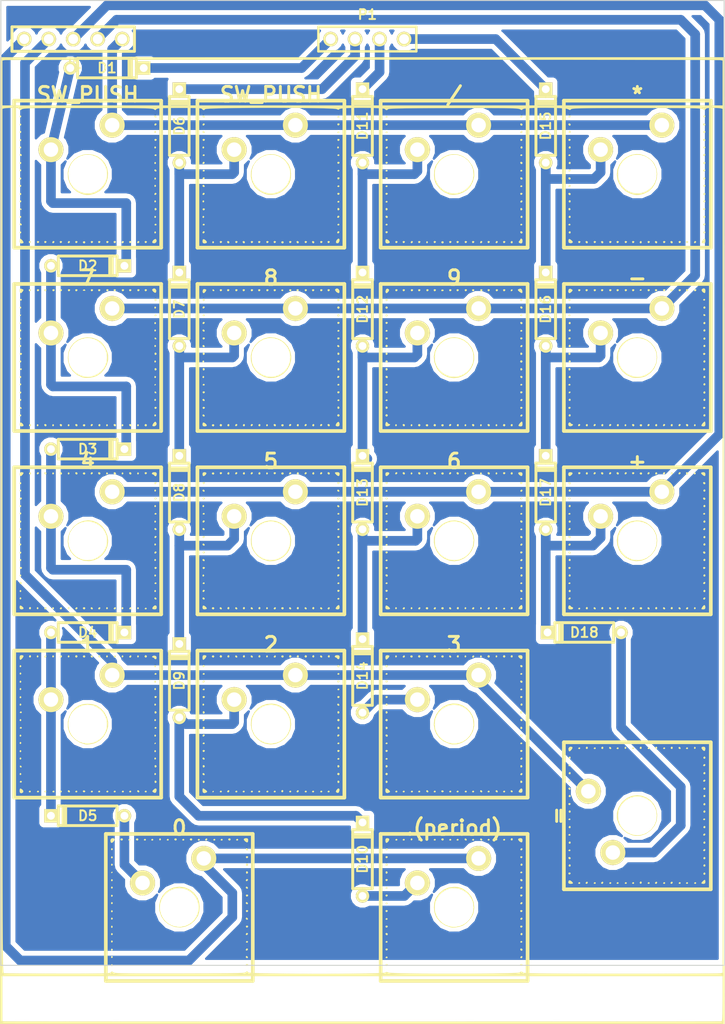
<source format=kicad_pcb>
(kicad_pcb (version 3) (host pcbnew "(2013-07-07 BZR 4022)-stable")
  (layers (15 F.Cu signal) (0 B.Cu signal) (18 B.Paste user) (19 F.Paste user) (20 B.SilkS user) (21 F.SilkS user) (22 B.Mask user) (23 F.Mask user) (28 Edge.Cuts user))
  (net 0 "")
  (net 1 N-000001)
  (net 2 N-0000010)
  (net 3 N-0000011)
  (net 4 N-0000012)
  (net 5 N-0000013)
  (net 6 N-0000014)
  (net 7 N-0000015)
  (net 8 N-0000016)
  (net 9 N-0000017)
  (net 10 N-0000018)
  (net 11 N-0000019)
  (net 12 N-000002)
  (net 13 N-0000020)
  (net 14 N-0000021)
  (net 15 N-0000022)
  (net 16 N-0000023)
  (net 17 N-0000024)
  (net 18 N-0000025)
  (net 19 N-0000026)
  (net 20 N-0000027)
  (net 21 N-000003)
  (net 22 N-000004)
  (net 23 N-000005)
  (net 24 N-000006)
  (net 25 N-000007)
  (net 26 N-000008)
  (net 27 N-000009)
  (module MX1A_NOPCB (layer F.Cu) (at 68.5 38.5)
    (fp_text reference SW11 hide)
    (fp_text value / (at 0 -8.255) (layer F.SilkS) (effects (font (size 1.524 1.524) (thickness 0.3048))))
    (pad 0 thru_hole circle (at 0 0) (size 3.98018 3.98018) (drill 3.98018) (layers *.Cu *.Mask F.SilkS))
    (pad 2 thru_hole circle (at 2.54 -5.08) (size 2.6 2.6) (drill 1.5011) (layers *.Cu *.Mask F.SilkS) (net 9 N-0000017))
    (pad 1 thru_hole circle (at -3.81 -2.54) (size 2.6 2.6) (drill 1.5011) (layers *.Cu *.Mask F.SilkS) (net 18 N-0000025))
  )
  (module MX1A_NOPCB (layer F.Cu) (at 30.5 38.5)
    (fp_text reference SW1 hide)
    (fp_text value SW_PUSH (at 0 -8.255) (layer F.SilkS) (effects (font (size 1.524 1.524) (thickness 0.3048))))
    (pad 0 thru_hole circle (at 0 0) (size 3.98018 3.98018) (drill 3.98018) (layers *.Cu *.Mask F.SilkS))
    (pad 2 thru_hole circle (at 2.54 -5.08) (size 2.6 2.6) (drill 1.5011) (layers *.Cu *.Mask F.SilkS) (net 9 N-0000017))
    (pad 1 thru_hole circle (at -3.81 -2.54) (size 2.6 2.6) (drill 1.5011) (layers *.Cu *.Mask F.SilkS) (net 20 N-0000027))
  )
  (module MX1A_NOPCB (layer F.Cu) (at 87.5 105 90)
    (fp_text reference SW18 hide)
    (fp_text value = (at 0 -8.255 90) (layer F.SilkS) (effects (font (size 1.524 1.524) (thickness 0.3048))))
    (pad 0 thru_hole circle (at 0 0 90) (size 3.98018 3.98018) (drill 3.98018) (layers *.Cu *.Mask F.SilkS))
    (pad 2 thru_hole circle (at 2.54 -5.08 90) (size 2.6 2.6) (drill 1.5011) (layers *.Cu *.Mask F.SilkS) (net 19 N-0000026))
    (pad 1 thru_hole circle (at -3.81 -2.54 90) (size 2.6 2.6) (drill 1.5011) (layers *.Cu *.Mask F.SilkS) (net 23 N-000005))
  )
  (module MX1A_NOPCB (layer F.Cu) (at 87.5 76.5)
    (fp_text reference SW17 hide)
    (fp_text value + (at 0 -8.255) (layer F.SilkS) (effects (font (size 1.524 1.524) (thickness 0.3048))))
    (pad 0 thru_hole circle (at 0 0) (size 3.98018 3.98018) (drill 3.98018) (layers *.Cu *.Mask F.SilkS))
    (pad 2 thru_hole circle (at 2.54 -5.08) (size 2.6 2.6) (drill 1.5011) (layers *.Cu *.Mask F.SilkS) (net 8 N-0000016))
    (pad 1 thru_hole circle (at -3.81 -2.54) (size 2.6 2.6) (drill 1.5011) (layers *.Cu *.Mask F.SilkS) (net 7 N-0000015))
  )
  (module MX1A_NOPCB (layer F.Cu) (at 87.5 57.5)
    (fp_text reference SW16 hide)
    (fp_text value - (at 0 -8.255) (layer F.SilkS) (effects (font (size 1.524 1.524) (thickness 0.3048))))
    (pad 0 thru_hole circle (at 0 0) (size 3.98018 3.98018) (drill 3.98018) (layers *.Cu *.Mask F.SilkS))
    (pad 2 thru_hole circle (at 2.54 -5.08) (size 2.6 2.6) (drill 1.5011) (layers *.Cu *.Mask F.SilkS) (net 27 N-000009))
    (pad 1 thru_hole circle (at -3.81 -2.54) (size 2.6 2.6) (drill 1.5011) (layers *.Cu *.Mask F.SilkS) (net 5 N-0000013))
  )
  (module MX1A_NOPCB (layer F.Cu) (at 87.5 38.5)
    (fp_text reference SW15 hide)
    (fp_text value * (at 0 -8.255) (layer F.SilkS) (effects (font (size 1.524 1.524) (thickness 0.3048))))
    (pad 0 thru_hole circle (at 0 0) (size 3.98018 3.98018) (drill 3.98018) (layers *.Cu *.Mask F.SilkS))
    (pad 2 thru_hole circle (at 2.54 -5.08) (size 2.6 2.6) (drill 1.5011) (layers *.Cu *.Mask F.SilkS) (net 9 N-0000017))
    (pad 1 thru_hole circle (at -3.81 -2.54) (size 2.6 2.6) (drill 1.5011) (layers *.Cu *.Mask F.SilkS) (net 4 N-0000012))
  )
  (module MX1A_NOPCB (layer F.Cu) (at 68.5 114.5)
    (fp_text reference SW10 hide)
    (fp_text value ".(period)" (at 0 -8.255) (layer F.SilkS) (effects (font (size 1.524 1.524) (thickness 0.3048))))
    (pad 0 thru_hole circle (at 0 0) (size 3.98018 3.98018) (drill 3.98018) (layers *.Cu *.Mask F.SilkS))
    (pad 2 thru_hole circle (at 2.54 -5.08) (size 2.6 2.6) (drill 1.5011) (layers *.Cu *.Mask F.SilkS) (net 3 N-0000011))
    (pad 1 thru_hole circle (at -3.81 -2.54) (size 2.6 2.6) (drill 1.5011) (layers *.Cu *.Mask F.SilkS) (net 12 N-000002))
  )
  (module MX1A_NOPCB (layer F.Cu) (at 68.5 95.5)
    (fp_text reference SW14 hide)
    (fp_text value 3 (at 0 -8.255) (layer F.SilkS) (effects (font (size 1.524 1.524) (thickness 0.3048))))
    (pad 0 thru_hole circle (at 0 0) (size 3.98018 3.98018) (drill 3.98018) (layers *.Cu *.Mask F.SilkS))
    (pad 2 thru_hole circle (at 2.54 -5.08) (size 2.6 2.6) (drill 1.5011) (layers *.Cu *.Mask F.SilkS) (net 19 N-0000026))
    (pad 1 thru_hole circle (at -3.81 -2.54) (size 2.6 2.6) (drill 1.5011) (layers *.Cu *.Mask F.SilkS) (net 22 N-000004))
  )
  (module MX1A_NOPCB (layer F.Cu) (at 68.5 76.5)
    (fp_text reference SW13 hide)
    (fp_text value 6 (at 0 -8.255) (layer F.SilkS) (effects (font (size 1.524 1.524) (thickness 0.3048))))
    (pad 0 thru_hole circle (at 0 0) (size 3.98018 3.98018) (drill 3.98018) (layers *.Cu *.Mask F.SilkS))
    (pad 2 thru_hole circle (at 2.54 -5.08) (size 2.6 2.6) (drill 1.5011) (layers *.Cu *.Mask F.SilkS) (net 8 N-0000016))
    (pad 1 thru_hole circle (at -3.81 -2.54) (size 2.6 2.6) (drill 1.5011) (layers *.Cu *.Mask F.SilkS) (net 2 N-0000010))
  )
  (module MX1A_NOPCB (layer F.Cu) (at 68.5 57.5)
    (fp_text reference SW12 hide)
    (fp_text value 9 (at 0 -8.255) (layer F.SilkS) (effects (font (size 1.524 1.524) (thickness 0.3048))))
    (pad 0 thru_hole circle (at 0 0) (size 3.98018 3.98018) (drill 3.98018) (layers *.Cu *.Mask F.SilkS))
    (pad 2 thru_hole circle (at 2.54 -5.08) (size 2.6 2.6) (drill 1.5011) (layers *.Cu *.Mask F.SilkS) (net 27 N-000009))
    (pad 1 thru_hole circle (at -3.81 -2.54) (size 2.6 2.6) (drill 1.5011) (layers *.Cu *.Mask F.SilkS) (net 6 N-0000014))
  )
  (module MX1A_NOPCB (layer F.Cu) (at 49.5 95.5)
    (fp_text reference SW9 hide)
    (fp_text value 2 (at 0 -8.255) (layer F.SilkS) (effects (font (size 1.524 1.524) (thickness 0.3048))))
    (pad 0 thru_hole circle (at 0 0) (size 3.98018 3.98018) (drill 3.98018) (layers *.Cu *.Mask F.SilkS))
    (pad 2 thru_hole circle (at 2.54 -5.08) (size 2.6 2.6) (drill 1.5011) (layers *.Cu *.Mask F.SilkS) (net 19 N-0000026))
    (pad 1 thru_hole circle (at -3.81 -2.54) (size 2.6 2.6) (drill 1.5011) (layers *.Cu *.Mask F.SilkS) (net 17 N-0000024))
  )
  (module MX1A_NOPCB (layer F.Cu) (at 49.5 76.5)
    (fp_text reference SW8 hide)
    (fp_text value 5 (at 0 -8.255) (layer F.SilkS) (effects (font (size 1.524 1.524) (thickness 0.3048))))
    (pad 0 thru_hole circle (at 0 0) (size 3.98018 3.98018) (drill 3.98018) (layers *.Cu *.Mask F.SilkS))
    (pad 2 thru_hole circle (at 2.54 -5.08) (size 2.6 2.6) (drill 1.5011) (layers *.Cu *.Mask F.SilkS) (net 8 N-0000016))
    (pad 1 thru_hole circle (at -3.81 -2.54) (size 2.6 2.6) (drill 1.5011) (layers *.Cu *.Mask F.SilkS) (net 16 N-0000023))
  )
  (module MX1A_NOPCB (layer F.Cu) (at 49.5 57.5)
    (fp_text reference SW7 hide)
    (fp_text value 8 (at 0 -8.255) (layer F.SilkS) (effects (font (size 1.524 1.524) (thickness 0.3048))))
    (pad 0 thru_hole circle (at 0 0) (size 3.98018 3.98018) (drill 3.98018) (layers *.Cu *.Mask F.SilkS))
    (pad 2 thru_hole circle (at 2.54 -5.08) (size 2.6 2.6) (drill 1.5011) (layers *.Cu *.Mask F.SilkS) (net 27 N-000009))
    (pad 1 thru_hole circle (at -3.81 -2.54) (size 2.6 2.6) (drill 1.5011) (layers *.Cu *.Mask F.SilkS) (net 15 N-0000022))
  )
  (module MX1A_NOPCB (layer F.Cu) (at 49.5 38.5)
    (fp_text reference SW6 hide)
    (fp_text value SW_PUSH (at 0 -8.255) (layer F.SilkS) (effects (font (size 1.524 1.524) (thickness 0.3048))))
    (pad 0 thru_hole circle (at 0 0) (size 3.98018 3.98018) (drill 3.98018) (layers *.Cu *.Mask F.SilkS))
    (pad 2 thru_hole circle (at 2.54 -5.08) (size 2.6 2.6) (drill 1.5011) (layers *.Cu *.Mask F.SilkS) (net 9 N-0000017))
    (pad 1 thru_hole circle (at -3.81 -2.54) (size 2.6 2.6) (drill 1.5011) (layers *.Cu *.Mask F.SilkS) (net 10 N-0000018))
  )
  (module MX1A_NOPCB (layer F.Cu) (at 40 114.5)
    (fp_text reference SW5 hide)
    (fp_text value 0 (at 0 -8.255) (layer F.SilkS) (effects (font (size 1.524 1.524) (thickness 0.3048))))
    (pad 0 thru_hole circle (at 0 0) (size 3.98018 3.98018) (drill 3.98018) (layers *.Cu *.Mask F.SilkS))
    (pad 2 thru_hole circle (at 2.54 -5.08) (size 2.6 2.6) (drill 1.5011) (layers *.Cu *.Mask F.SilkS) (net 3 N-0000011))
    (pad 1 thru_hole circle (at -3.81 -2.54) (size 2.6 2.6) (drill 1.5011) (layers *.Cu *.Mask F.SilkS) (net 1 N-000001))
  )
  (module MX1A_NOPCB (layer F.Cu) (at 30.5 95.5)
    (fp_text reference SW4 hide)
    (fp_text value 1 (at 0 -8.255) (layer F.SilkS) (effects (font (size 1.524 1.524) (thickness 0.3048))))
    (pad 0 thru_hole circle (at 0 0) (size 3.98018 3.98018) (drill 3.98018) (layers *.Cu *.Mask F.SilkS))
    (pad 2 thru_hole circle (at 2.54 -5.08) (size 2.6 2.6) (drill 1.5011) (layers *.Cu *.Mask F.SilkS) (net 19 N-0000026))
    (pad 1 thru_hole circle (at -3.81 -2.54) (size 2.6 2.6) (drill 1.5011) (layers *.Cu *.Mask F.SilkS) (net 14 N-0000021))
  )
  (module MX1A_NOPCB (layer F.Cu) (at 30.5 76.5)
    (fp_text reference SW3 hide)
    (fp_text value 4 (at 0 -8.255) (layer F.SilkS) (effects (font (size 1.524 1.524) (thickness 0.3048))))
    (pad 0 thru_hole circle (at 0 0) (size 3.98018 3.98018) (drill 3.98018) (layers *.Cu *.Mask F.SilkS))
    (pad 2 thru_hole circle (at 2.54 -5.08) (size 2.6 2.6) (drill 1.5011) (layers *.Cu *.Mask F.SilkS) (net 8 N-0000016))
    (pad 1 thru_hole circle (at -3.81 -2.54) (size 2.6 2.6) (drill 1.5011) (layers *.Cu *.Mask F.SilkS) (net 13 N-0000020))
  )
  (module MX1A_NOPCB (layer F.Cu) (at 30.5 57.5)
    (fp_text reference SW2 hide)
    (fp_text value 7 (at 0 -8.255) (layer F.SilkS) (effects (font (size 1.524 1.524) (thickness 0.3048))))
    (pad 0 thru_hole circle (at 0 0) (size 3.98018 3.98018) (drill 3.98018) (layers *.Cu *.Mask F.SilkS))
    (pad 2 thru_hole circle (at 2.54 -5.08) (size 2.6 2.6) (drill 1.5011) (layers *.Cu *.Mask F.SilkS) (net 27 N-000009))
    (pad 1 thru_hole circle (at -3.81 -2.54) (size 2.6 2.6) (drill 1.5011) (layers *.Cu *.Mask F.SilkS) (net 11 N-0000019))
  )
  (module D3 (layer F.Cu) (at 30.5 86)
    (fp_text reference D4 (at 0 0) (layer F.SilkS) (effects (font (size 1.016 1.016) (thickness 0.2032))))
    (fp_text value DIODE hide)
    (pad 2 thru_hole rect (at 3.81 0) (size 1.397 1.397) (drill 0.8128) (layers *.Cu *.Mask F.SilkS) (net 13 N-0000020))
    (pad 1 thru_hole circle (at -3.81 0) (size 1.397 1.397) (drill 0.8128) (layers *.Cu *.Mask F.SilkS) (net 14 N-0000021))
  )
  (module D3 (layer F.Cu) (at 78 71.5 90)
    (fp_text reference D17 (at 0 0 90) (layer F.SilkS) (effects (font (size 1.016 1.016) (thickness 0.2032))))
    (fp_text value DIODE hide)
    (pad 2 thru_hole rect (at 3.81 0 90) (size 1.397 1.397) (drill 0.8128) (layers *.Cu *.Mask F.SilkS) (net 5 N-0000013))
    (pad 1 thru_hole circle (at -3.81 0 90) (size 1.397 1.397) (drill 0.8128) (layers *.Cu *.Mask F.SilkS) (net 7 N-0000015))
  )
  (module D3 (layer F.Cu) (at 30.5 67)
    (fp_text reference D3 (at 0 0) (layer F.SilkS) (effects (font (size 1.016 1.016) (thickness 0.2032))))
    (fp_text value DIODE hide)
    (pad 2 thru_hole rect (at 3.81 0) (size 1.397 1.397) (drill 0.8128) (layers *.Cu *.Mask F.SilkS) (net 11 N-0000019))
    (pad 1 thru_hole circle (at -3.81 0) (size 1.397 1.397) (drill 0.8128) (layers *.Cu *.Mask F.SilkS) (net 13 N-0000020))
  )
  (module D3 (layer F.Cu) (at 59 71.5 90)
    (fp_text reference D13 (at 0 0 90) (layer F.SilkS) (effects (font (size 1.016 1.016) (thickness 0.2032))))
    (fp_text value DIODE hide)
    (pad 2 thru_hole rect (at 3.81 0 90) (size 1.397 1.397) (drill 0.8128) (layers *.Cu *.Mask F.SilkS) (net 6 N-0000014))
    (pad 1 thru_hole circle (at -3.81 0 90) (size 1.397 1.397) (drill 0.8128) (layers *.Cu *.Mask F.SilkS) (net 2 N-0000010))
  )
  (module D3 (layer F.Cu) (at 59 109.5 90)
    (fp_text reference D10 (at 0 0 90) (layer F.SilkS) (effects (font (size 1.016 1.016) (thickness 0.2032))))
    (fp_text value DIODE hide)
    (pad 2 thru_hole rect (at 3.81 0 90) (size 1.397 1.397) (drill 0.8128) (layers *.Cu *.Mask F.SilkS) (net 17 N-0000024))
    (pad 1 thru_hole circle (at -3.81 0 90) (size 1.397 1.397) (drill 0.8128) (layers *.Cu *.Mask F.SilkS) (net 12 N-000002))
  )
  (module D3 (layer F.Cu) (at 40 91 90)
    (fp_text reference D9 (at 0 0 90) (layer F.SilkS) (effects (font (size 1.016 1.016) (thickness 0.2032))))
    (fp_text value DIODE hide)
    (pad 2 thru_hole rect (at 3.81 0 90) (size 1.397 1.397) (drill 0.8128) (layers *.Cu *.Mask F.SilkS) (net 16 N-0000023))
    (pad 1 thru_hole circle (at -3.81 0 90) (size 1.397 1.397) (drill 0.8128) (layers *.Cu *.Mask F.SilkS) (net 17 N-0000024))
  )
  (module D3 (layer F.Cu) (at 59 90.5 90)
    (fp_text reference D14 (at 0 0 90) (layer F.SilkS) (effects (font (size 1.016 1.016) (thickness 0.2032))))
    (fp_text value DIODE hide)
    (pad 2 thru_hole rect (at 3.81 0 90) (size 1.397 1.397) (drill 0.8128) (layers *.Cu *.Mask F.SilkS) (net 2 N-0000010))
    (pad 1 thru_hole circle (at -3.81 0 90) (size 1.397 1.397) (drill 0.8128) (layers *.Cu *.Mask F.SilkS) (net 22 N-000004))
  )
  (module D3 (layer F.Cu) (at 82 86 180)
    (fp_text reference D18 (at 0 0 180) (layer F.SilkS) (effects (font (size 1.016 1.016) (thickness 0.2032))))
    (fp_text value DIODE hide)
    (pad 2 thru_hole rect (at 3.81 0 180) (size 1.397 1.397) (drill 0.8128) (layers *.Cu *.Mask F.SilkS) (net 7 N-0000015))
    (pad 1 thru_hole circle (at -3.81 0 180) (size 1.397 1.397) (drill 0.8128) (layers *.Cu *.Mask F.SilkS) (net 23 N-000005))
  )
  (module D3 (layer F.Cu) (at 30.5 105 180)
    (fp_text reference D5 (at 0 0 180) (layer F.SilkS) (effects (font (size 1.016 1.016) (thickness 0.2032))))
    (fp_text value DIODE hide)
    (pad 2 thru_hole rect (at 3.81 0 180) (size 1.397 1.397) (drill 0.8128) (layers *.Cu *.Mask F.SilkS) (net 14 N-0000021))
    (pad 1 thru_hole circle (at -3.81 0 180) (size 1.397 1.397) (drill 0.8128) (layers *.Cu *.Mask F.SilkS) (net 1 N-000001))
  )
  (module D3 (layer F.Cu) (at 40 71.5 90)
    (fp_text reference D8 (at 0 0 90) (layer F.SilkS) (effects (font (size 1.016 1.016) (thickness 0.2032))))
    (fp_text value DIODE hide)
    (pad 2 thru_hole rect (at 3.81 0 90) (size 1.397 1.397) (drill 0.8128) (layers *.Cu *.Mask F.SilkS) (net 15 N-0000022))
    (pad 1 thru_hole circle (at -3.81 0 90) (size 1.397 1.397) (drill 0.8128) (layers *.Cu *.Mask F.SilkS) (net 16 N-0000023))
  )
  (module D3 (layer F.Cu) (at 78 52.5 90)
    (fp_text reference D16 (at 0 0 90) (layer F.SilkS) (effects (font (size 1.016 1.016) (thickness 0.2032))))
    (fp_text value DIODE hide)
    (pad 2 thru_hole rect (at 3.81 0 90) (size 1.397 1.397) (drill 0.8128) (layers *.Cu *.Mask F.SilkS) (net 4 N-0000012))
    (pad 1 thru_hole circle (at -3.81 0 90) (size 1.397 1.397) (drill 0.8128) (layers *.Cu *.Mask F.SilkS) (net 5 N-0000013))
  )
  (module D3 (layer F.Cu) (at 59 52.5 90)
    (fp_text reference D12 (at 0 0 90) (layer F.SilkS) (effects (font (size 1.016 1.016) (thickness 0.2032))))
    (fp_text value DIODE hide)
    (pad 2 thru_hole rect (at 3.81 0 90) (size 1.397 1.397) (drill 0.8128) (layers *.Cu *.Mask F.SilkS) (net 18 N-0000025))
    (pad 1 thru_hole circle (at -3.81 0 90) (size 1.397 1.397) (drill 0.8128) (layers *.Cu *.Mask F.SilkS) (net 6 N-0000014))
  )
  (module D3 (layer F.Cu) (at 40 52.5 90)
    (fp_text reference D7 (at 0 0 90) (layer F.SilkS) (effects (font (size 1.016 1.016) (thickness 0.2032))))
    (fp_text value DIODE hide)
    (pad 2 thru_hole rect (at 3.81 0 90) (size 1.397 1.397) (drill 0.8128) (layers *.Cu *.Mask F.SilkS) (net 10 N-0000018))
    (pad 1 thru_hole circle (at -3.81 0 90) (size 1.397 1.397) (drill 0.8128) (layers *.Cu *.Mask F.SilkS) (net 15 N-0000022))
  )
  (module D3 (layer F.Cu) (at 30.5 48)
    (fp_text reference D2 (at 0 0) (layer F.SilkS) (effects (font (size 1.016 1.016) (thickness 0.2032))))
    (fp_text value DIODE hide)
    (pad 2 thru_hole rect (at 3.81 0) (size 1.397 1.397) (drill 0.8128) (layers *.Cu *.Mask F.SilkS) (net 20 N-0000027))
    (pad 1 thru_hole circle (at -3.81 0) (size 1.397 1.397) (drill 0.8128) (layers *.Cu *.Mask F.SilkS) (net 11 N-0000019))
  )
  (module D3 (layer F.Cu) (at 78 33.5 90)
    (fp_text reference D15 (at 0 0 90) (layer F.SilkS) (effects (font (size 1.016 1.016) (thickness 0.2032))))
    (fp_text value DIODE hide)
    (pad 2 thru_hole rect (at 3.81 0 90) (size 1.397 1.397) (drill 0.8128) (layers *.Cu *.Mask F.SilkS) (net 26 N-000008))
    (pad 1 thru_hole circle (at -3.81 0 90) (size 1.397 1.397) (drill 0.8128) (layers *.Cu *.Mask F.SilkS) (net 4 N-0000012))
  )
  (module D3 (layer F.Cu) (at 59 33.5 90)
    (fp_text reference D11 (at 0 0 90) (layer F.SilkS) (effects (font (size 1.016 1.016) (thickness 0.2032))))
    (fp_text value DIODE hide)
    (pad 2 thru_hole rect (at 3.81 0 90) (size 1.397 1.397) (drill 0.8128) (layers *.Cu *.Mask F.SilkS) (net 25 N-000007))
    (pad 1 thru_hole circle (at -3.81 0 90) (size 1.397 1.397) (drill 0.8128) (layers *.Cu *.Mask F.SilkS) (net 18 N-0000025))
  )
  (module D3 (layer F.Cu) (at 40 33.5 90)
    (fp_text reference D6 (at 0 0 90) (layer F.SilkS) (effects (font (size 1.016 1.016) (thickness 0.2032))))
    (fp_text value DIODE hide)
    (pad 2 thru_hole rect (at 3.81 0 90) (size 1.397 1.397) (drill 0.8128) (layers *.Cu *.Mask F.SilkS) (net 24 N-000006))
    (pad 1 thru_hole circle (at -3.81 0 90) (size 1.397 1.397) (drill 0.8128) (layers *.Cu *.Mask F.SilkS) (net 10 N-0000018))
  )
  (module D3 (layer F.Cu) (at 32.5 27.5)
    (fp_text reference D1 (at 0 0) (layer F.SilkS) (effects (font (size 1.016 1.016) (thickness 0.2032))))
    (fp_text value DIODE hide)
    (pad 2 thru_hole rect (at 3.81 0) (size 1.397 1.397) (drill 0.8128) (layers *.Cu *.Mask F.SilkS) (net 21 N-000003))
    (pad 1 thru_hole circle (at -3.81 0) (size 1.397 1.397) (drill 0.8128) (layers *.Cu *.Mask F.SilkS) (net 20 N-0000027))
  )
  (module LOGO (layer F.Cu) (at 59 76.5)
    (fp_text reference G*** hide)
    (fp_text value LOGO hide)
  )
  (module PIN_ARRAY_4x1 (layer F.Cu) (at 59.5 24.5)
    (fp_text reference P1 (at 0 -2.54) (layer F.SilkS) (effects (font (size 1.016 1.016) (thickness 0.2032))))
    (fp_text value CONN_4 hide)
    (pad 1 thru_hole circle (at -3.81 0) (size 1.524 1.524) (drill 1.016) (layers *.Cu *.Mask F.SilkS) (net 21 N-000003))
    (pad 2 thru_hole circle (at -1.27 0) (size 1.524 1.524) (drill 1.016) (layers *.Cu *.Mask F.SilkS) (net 24 N-000006))
    (pad 3 thru_hole circle (at 1.27 0) (size 1.524 1.524) (drill 1.016) (layers *.Cu *.Mask F.SilkS) (net 25 N-000007))
    (pad 4 thru_hole circle (at 3.81 0) (size 1.524 1.524) (drill 1.016) (layers *.Cu *.Mask F.SilkS) (net 26 N-000008))
  )
  (module PIN_ARRAY_5x1 (layer F.Cu) (at 29 24.5 180)
    (fp_text reference J1 (at 0 -2.54 180) (layer F.SilkS) (effects (font (size 1.016 1.016) (thickness 0.2032))))
    (fp_text value MYCONN5 hide)
    (pad 1 thru_hole circle (at -5.08 0 180) (size 1.524 1.524) (drill 1.016) (layers *.Cu *.Mask F.SilkS) (net 9 N-0000017))
    (pad 2 thru_hole circle (at -2.54 0 180) (size 1.524 1.524) (drill 1.016) (layers *.Cu *.Mask F.SilkS) (net 27 N-000009))
    (pad 3 thru_hole circle (at 0 0 180) (size 1.524 1.524) (drill 1.016) (layers *.Cu *.Mask F.SilkS) (net 8 N-0000016))
    (pad 4 thru_hole circle (at 2.54 0 180) (size 1.524 1.524) (drill 1.016) (layers *.Cu *.Mask F.SilkS) (net 19 N-0000026))
    (pad 5 thru_hole circle (at 5.08 0 180) (size 1.524 1.524) (drill 1.016) (layers *.Cu *.Mask F.SilkS) (net 3 N-0000011))
  )
  (gr_line (start 96.5 26.5) (end 96.5 120.5) (angle 90) (layer Edge.Cuts) (width 0.1))
  (gr_line (start 21.5 120.5) (end 21.5 26.5) (angle 90) (layer Edge.Cuts) (width 0.1))
  (gr_line (start 21.5 120.5) (end 96.5 120.5) (angle 90) (layer Edge.Cuts) (width 0.1))
  (gr_line (start 21.5 20.5) (end 21.5 21.5) (angle 90) (layer Edge.Cuts) (width 0.1))
  (gr_line (start 96.5 20.5) (end 21.5 20.5) (angle 90) (layer Edge.Cuts) (width 0.1))
  (gr_line (start 96.5 21.5) (end 96.5 20.5) (angle 90) (layer Edge.Cuts) (width 0.1))
  (gr_line (start 96.5 26.5) (end 96.5 21.5) (angle 90) (layer Edge.Cuts) (width 0.1))
  (gr_line (start 21.5 26.5) (end 21.5 21.5) (angle 90) (layer Edge.Cuts) (width 0.1))
  (segment (start 34.31 105) (end 34.31 110.08) (width 1) (layer B.Cu) (net 1))
  (segment (start 34.31 110.08) (end 36.19 111.96) (width 1) (layer B.Cu) (net 1))
  (segment (start 64.69 73.96) (end 64.69 76.31) (width 1) (layer B.Cu) (net 2))
  (segment (start 59 76.5) (end 59 75.31) (width 1) (layer B.Cu) (net 2))
  (segment (start 64.5 76.5) (end 59 76.5) (width 1) (layer B.Cu) (net 2))
  (segment (start 64.69 76.31) (end 64.5 76.5) (width 1) (layer B.Cu) (net 2))
  (segment (start 59 75.31) (end 59 86.69) (width 1) (layer B.Cu) (net 2))
  (segment (start 42.54 109.42) (end 42.54 110.04) (width 1) (layer B.Cu) (net 3))
  (segment (start 22 26.42) (end 23.92 24.5) (width 1) (layer B.Cu) (net 3))
  (segment (start 22 118.5) (end 22 26.42) (width 1) (layer B.Cu) (net 3))
  (segment (start 23.5 120) (end 22 118.5) (width 1) (layer B.Cu) (net 3))
  (segment (start 41 120) (end 23.5 120) (width 1) (layer B.Cu) (net 3))
  (segment (start 45.5 115.5) (end 41 120) (width 1) (layer B.Cu) (net 3))
  (segment (start 45.5 113) (end 45.5 115.5) (width 1) (layer B.Cu) (net 3))
  (segment (start 42.54 110.04) (end 45.5 113) (width 1) (layer B.Cu) (net 3))
  (segment (start 71.04 109.42) (end 42.54 109.42) (width 1) (layer B.Cu) (net 3))
  (segment (start 83.69 35.96) (end 83.69 38.31) (width 1) (layer B.Cu) (net 4))
  (segment (start 78 39) (end 78 37.31) (width 1) (layer B.Cu) (net 4))
  (segment (start 83 39) (end 78 39) (width 1) (layer B.Cu) (net 4))
  (segment (start 83.69 38.31) (end 83 39) (width 1) (layer B.Cu) (net 4))
  (segment (start 78 37.31) (end 78 48.69) (width 1) (layer B.Cu) (net 4))
  (segment (start 83.69 54.96) (end 83.69 57.31) (width 1) (layer B.Cu) (net 5))
  (segment (start 78 57.5) (end 78 56.31) (width 1) (layer B.Cu) (net 5))
  (segment (start 83.5 57.5) (end 78 57.5) (width 1) (layer B.Cu) (net 5))
  (segment (start 83.69 57.31) (end 83.5 57.5) (width 1) (layer B.Cu) (net 5))
  (segment (start 78 56.31) (end 78 67.69) (width 1) (layer B.Cu) (net 5))
  (segment (start 64.69 54.96) (end 64.69 57.19) (width 1) (layer B.Cu) (net 6))
  (segment (start 59 57.5) (end 59 56.31) (width 1) (layer B.Cu) (net 6))
  (segment (start 64.38 57.5) (end 59 57.5) (width 1) (layer B.Cu) (net 6))
  (segment (start 64.69 57.19) (end 64.38 57.5) (width 1) (layer B.Cu) (net 6))
  (segment (start 59 56.31) (end 59 67.5) (width 1) (layer B.Cu) (net 6))
  (segment (start 59.5 68) (end 59 67.69) (width 1) (layer B.Cu) (net 6))
  (segment (start 59 67.5) (end 59.5 68) (width 1) (layer B.Cu) (net 6))
  (segment (start 83.69 73.96) (end 83.69 76.19) (width 1) (layer B.Cu) (net 7))
  (segment (start 78 77) (end 78 75.31) (width 1) (layer B.Cu) (net 7))
  (segment (start 82.88 77) (end 78 77) (width 1) (layer B.Cu) (net 7))
  (segment (start 83.69 76.19) (end 82.88 77) (width 1) (layer B.Cu) (net 7))
  (segment (start 78 75.31) (end 78 85.81) (width 1) (layer B.Cu) (net 7))
  (segment (start 78 85.81) (end 78.19 86) (width 1) (layer B.Cu) (net 7))
  (segment (start 29 24.5) (end 32.5 21) (width 1) (layer B.Cu) (net 8))
  (segment (start 96 65.46) (end 90.04 71.42) (width 1) (layer B.Cu) (net 8))
  (segment (start 96 22.5) (end 96 65.46) (width 1) (layer B.Cu) (net 8))
  (segment (start 94.5 21) (end 96 22.5) (width 1) (layer B.Cu) (net 8))
  (segment (start 32.5 21) (end 94.5 21) (width 1) (layer B.Cu) (net 8))
  (segment (start 52.04 71.42) (end 33.04 71.42) (width 1) (layer B.Cu) (net 8))
  (segment (start 71.04 71.42) (end 52.04 71.42) (width 1) (layer B.Cu) (net 8))
  (segment (start 90.04 71.42) (end 71.04 71.42) (width 1) (layer B.Cu) (net 8))
  (segment (start 90.04 71.42) (end 33.04 71.42) (width 1) (layer B.Cu) (net 8))
  (segment (start 33.04 33.42) (end 33.04 25.54) (width 1) (layer B.Cu) (net 9))
  (segment (start 33.04 25.54) (end 34.08 24.5) (width 1) (layer B.Cu) (net 9))
  (segment (start 52.04 33.42) (end 33.04 33.42) (width 1) (layer B.Cu) (net 9))
  (segment (start 71.04 33.42) (end 52.04 33.42) (width 1) (layer B.Cu) (net 9))
  (segment (start 90.04 33.42) (end 71.04 33.42) (width 1) (layer B.Cu) (net 9))
  (segment (start 45.69 35.96) (end 45.69 38.31) (width 1) (layer B.Cu) (net 10))
  (segment (start 40 38.5) (end 40 37.31) (width 1) (layer B.Cu) (net 10))
  (segment (start 45.5 38.5) (end 40 38.5) (width 1) (layer B.Cu) (net 10))
  (segment (start 45.69 38.31) (end 45.5 38.5) (width 1) (layer B.Cu) (net 10))
  (segment (start 40 37.31) (end 40 48.69) (width 1) (layer B.Cu) (net 10))
  (segment (start 34.5 60.5) (end 34.5 66.81) (width 1) (layer B.Cu) (net 11))
  (segment (start 26.69 60.31) (end 26.88 60.5) (width 1) (layer B.Cu) (net 11))
  (segment (start 26.88 60.5) (end 34.5 60.5) (width 1) (layer B.Cu) (net 11))
  (segment (start 26.69 54.96) (end 26.69 60.31) (width 1) (layer B.Cu) (net 11))
  (segment (start 34.5 66.81) (end 34.31 67) (width 1) (layer B.Cu) (net 11))
  (segment (start 26.69 48) (end 26.69 54.96) (width 1) (layer B.Cu) (net 11))
  (segment (start 59 113.31) (end 63.34 113.31) (width 1) (layer B.Cu) (net 12))
  (segment (start 63.34 113.31) (end 64.69 111.96) (width 1) (layer B.Cu) (net 12))
  (segment (start 34.5 79.5) (end 34.5 85.81) (width 1) (layer B.Cu) (net 13))
  (segment (start 26.69 79.31) (end 26.88 79.5) (width 1) (layer B.Cu) (net 13))
  (segment (start 26.88 79.5) (end 34.5 79.5) (width 1) (layer B.Cu) (net 13))
  (segment (start 26.69 73.96) (end 26.69 79.31) (width 1) (layer B.Cu) (net 13))
  (segment (start 34.5 85.81) (end 34.31 86) (width 1) (layer B.Cu) (net 13))
  (segment (start 26.69 67) (end 26.69 73.96) (width 1) (layer B.Cu) (net 13))
  (segment (start 26.69 92.96) (end 26.69 105) (width 1) (layer B.Cu) (net 14))
  (segment (start 26.69 86) (end 26.69 92.96) (width 1) (layer B.Cu) (net 14))
  (segment (start 26.19 92.46) (end 26.69 92.96) (width 1) (layer B.Cu) (net 14))
  (segment (start 45.69 54.96) (end 45.69 57.31) (width 1) (layer B.Cu) (net 15))
  (segment (start 40 57.5) (end 40 56.31) (width 1) (layer B.Cu) (net 15))
  (segment (start 45.5 57.5) (end 40 57.5) (width 1) (layer B.Cu) (net 15))
  (segment (start 45.69 57.31) (end 45.5 57.5) (width 1) (layer B.Cu) (net 15))
  (segment (start 40 56.31) (end 40 67.69) (width 1) (layer B.Cu) (net 15))
  (segment (start 45.69 73.96) (end 45.69 76.31) (width 1) (layer B.Cu) (net 16))
  (segment (start 45 77) (end 40 77) (width 1) (layer B.Cu) (net 16))
  (segment (start 45.69 76.31) (end 45 77) (width 1) (layer B.Cu) (net 16))
  (segment (start 40 75.31) (end 40 77) (width 1) (layer B.Cu) (net 16))
  (segment (start 40 77) (end 40 87.19) (width 1) (layer B.Cu) (net 16))
  (segment (start 42 105) (end 58.31 105) (width 1) (layer B.Cu) (net 17))
  (segment (start 40 103) (end 42 105) (width 1) (layer B.Cu) (net 17))
  (segment (start 40 94.81) (end 40 103) (width 1) (layer B.Cu) (net 17))
  (segment (start 58.31 105) (end 59 105.69) (width 1) (layer B.Cu) (net 17))
  (segment (start 45.5 95.5) (end 40.69 95.5) (width 1) (layer B.Cu) (net 17))
  (segment (start 45.69 95.31) (end 45.5 95.5) (width 1) (layer B.Cu) (net 17))
  (segment (start 45.69 92.96) (end 45.69 95.31) (width 1) (layer B.Cu) (net 17))
  (segment (start 40.69 95.5) (end 40 94.81) (width 1) (layer B.Cu) (net 17))
  (segment (start 64.69 35.96) (end 64.69 38.19) (width 1) (layer B.Cu) (net 18))
  (segment (start 59 38.5) (end 59 37.31) (width 1) (layer B.Cu) (net 18))
  (segment (start 64.38 38.5) (end 59 38.5) (width 1) (layer B.Cu) (net 18))
  (segment (start 64.69 38.19) (end 64.38 38.5) (width 1) (layer B.Cu) (net 18))
  (segment (start 59 37.31) (end 59 48.69) (width 1) (layer B.Cu) (net 18))
  (segment (start 33.04 90.42) (end 33.04 89.04) (width 1) (layer B.Cu) (net 19))
  (segment (start 24 26.96) (end 26.46 24.5) (width 1) (layer B.Cu) (net 19))
  (segment (start 24 80) (end 24 26.96) (width 1) (layer B.Cu) (net 19))
  (segment (start 33.04 89.04) (end 24 80) (width 1) (layer B.Cu) (net 19))
  (segment (start 71.04 90.42) (end 71.04 91.08) (width 1) (layer B.Cu) (net 19))
  (segment (start 71.04 91.08) (end 82.42 102.46) (width 1) (layer B.Cu) (net 19))
  (segment (start 52.04 90.42) (end 71.04 90.42) (width 1) (layer B.Cu) (net 19))
  (segment (start 33.04 90.42) (end 52.04 90.42) (width 1) (layer B.Cu) (net 19))
  (segment (start 34.5 41.5) (end 34.5 47.81) (width 1) (layer B.Cu) (net 20))
  (segment (start 26.69 41.31) (end 26.88 41.5) (width 1) (layer B.Cu) (net 20))
  (segment (start 26.88 41.5) (end 34.5 41.5) (width 1) (layer B.Cu) (net 20))
  (segment (start 26.69 35.96) (end 26.69 41.31) (width 1) (layer B.Cu) (net 20))
  (segment (start 34.5 47.81) (end 34.31 48) (width 1) (layer B.Cu) (net 20))
  (segment (start 26.69 35.96) (end 26.5 36.15) (width 1) (layer B.Cu) (net 20))
  (segment (start 28.69 27.5) (end 26.69 35.96) (width 1) (layer B.Cu) (net 20))
  (segment (start 36.31 27.5) (end 52.69 27.5) (width 1) (layer B.Cu) (net 21))
  (segment (start 52.69 27.5) (end 55.69 24.5) (width 1) (layer B.Cu) (net 21))
  (segment (start 55.69 24.5) (end 55.69 24.5) (width 0.65) (layer B.Cu) (net 21))
  (segment (start 64.69 92.96) (end 60.35 92.96) (width 1) (layer B.Cu) (net 22))
  (segment (start 60.35 92.96) (end 59 94.31) (width 1) (layer B.Cu) (net 22))
  (segment (start 92 106) (end 92 102) (width 1) (layer B.Cu) (net 23))
  (segment (start 85.81 95.81) (end 92 102) (width 1) (layer B.Cu) (net 23))
  (segment (start 85.81 86) (end 85.81 95.81) (width 1) (layer B.Cu) (net 23))
  (segment (start 89.19 108.81) (end 92 106) (width 1) (layer B.Cu) (net 23))
  (segment (start 89.19 108.81) (end 84.96 108.81) (width 1) (layer B.Cu) (net 23))
  (segment (start 40 29.69) (end 54.81 29.69) (width 1) (layer B.Cu) (net 24))
  (segment (start 58.23 26.27) (end 58.23 24.5) (width 1) (layer B.Cu) (net 24))
  (segment (start 54.81 29.69) (end 58.23 26.27) (width 1) (layer B.Cu) (net 24))
  (segment (start 60.77 24.5) (end 60.77 27.92) (width 1) (layer B.Cu) (net 25))
  (segment (start 60.77 27.92) (end 59 29.69) (width 1) (layer B.Cu) (net 25))
  (segment (start 63.31 24.5) (end 72.81 24.5) (width 1) (layer B.Cu) (net 26))
  (segment (start 72.81 24.5) (end 78 29.69) (width 1) (layer B.Cu) (net 26))
  (segment (start 31.54 24.5) (end 31.54 24.46) (width 1) (layer B.Cu) (net 27))
  (segment (start 93.5 48.96) (end 90.04 52.42) (width 1) (layer B.Cu) (net 27))
  (segment (start 93.5 24) (end 93.5 48.96) (width 1) (layer B.Cu) (net 27))
  (segment (start 92 22.5) (end 93.5 24) (width 1) (layer B.Cu) (net 27))
  (segment (start 33.5 22.5) (end 92 22.5) (width 1) (layer B.Cu) (net 27))
  (segment (start 31.54 24.46) (end 33.5 22.5) (width 1) (layer B.Cu) (net 27))
  (segment (start 52.04 52.42) (end 33.04 52.42) (width 1) (layer B.Cu) (net 27))
  (segment (start 71.04 52.42) (end 52.04 52.42) (width 1) (layer B.Cu) (net 27))
  (segment (start 90.04 52.42) (end 71.04 52.42) (width 1) (layer B.Cu) (net 27))
  (zone (net 0) (net_name "") (layer B.Cu) (connect_pads (clearance 0.508)) (min_thickness 0.254) (fill (arc_segments 16) (thermal_gap 0.508) (thermal_bridge_width 0.508))
    (polygon (pts (xy 96.5 120.5) (xy 21.5 120.5) (xy 21.5 20.5) (xy 96.5 20.5)))
  )
)
</source>
